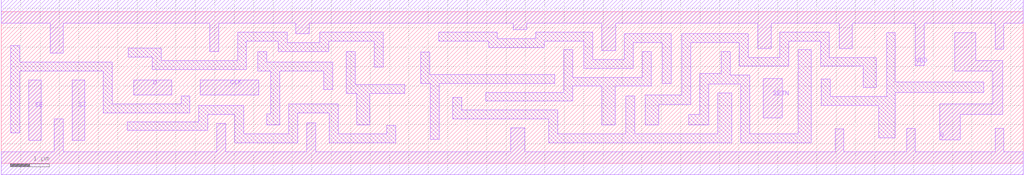
<source format=lef>
# Copyright 2022 GlobalFoundries PDK Authors
#
# Licensed under the Apache License, Version 2.0 (the "License");
# you may not use this file except in compliance with the License.
# You may obtain a copy of the License at
#
#      http://www.apache.org/licenses/LICENSE-2.0
#
# Unless required by applicable law or agreed to in writing, software
# distributed under the License is distributed on an "AS IS" BASIS,
# WITHOUT WARRANTIES OR CONDITIONS OF ANY KIND, either express or implied.
# See the License for the specific language governing permissions and
# limitations under the License.

MACRO gf180mcu_fd_sc_mcu7t5v0__sdffsnq_2
  CLASS core ;
  FOREIGN gf180mcu_fd_sc_mcu7t5v0__sdffsnq_2 0.0 0.0 ;
  ORIGIN 0 0 ;
  SYMMETRY X Y ;
  SITE GF018hv5v_mcu_sc7 ;
  SIZE 26.32 BY 3.92 ;
  PIN D
    DIRECTION INPUT ;
    ANTENNAGATEAREA 0.531 ;
    PORT
      LAYER Metal1 ;
        POLYGON 3.41 1.765 4.39 1.765 4.39 2.155 3.41 2.155  ;
    END
  END D
  PIN SE
    DIRECTION INPUT ;
    ANTENNAGATEAREA 1.062 ;
    PORT
      LAYER Metal1 ;
        POLYGON 0.705 0.595 1.03 0.595 1.03 2.15 0.705 2.15  ;
    END
  END SE
  PIN SETN
    DIRECTION INPUT ;
    ANTENNAGATEAREA 1.057 ;
    PORT
      LAYER Metal1 ;
        POLYGON 19.62 1.17 20.11 1.17 20.11 2.19 19.62 2.19  ;
    END
  END SETN
  PIN SI
    DIRECTION INPUT ;
    ANTENNAGATEAREA 0.531 ;
    PORT
      LAYER Metal1 ;
        POLYGON 1.825 0.595 2.15 0.595 2.15 2.15 1.825 2.15  ;
    END
  END SI
  PIN CLK
    DIRECTION INPUT ;
    USE clock ;
    ANTENNAGATEAREA 0.7415 ;
    PORT
      LAYER Metal1 ;
        POLYGON 5.13 1.765 6.63 1.765 6.63 2.155 5.13 2.155  ;
    END
  END CLK
  PIN Q
    DIRECTION OUTPUT ;
    ANTENNADIFFAREA 1.0791 ;
    PORT
      LAYER Metal1 ;
        POLYGON 24.555 2.38 25.3 2.38 25.53 2.38 25.53 1.535 24.17 1.535 24.17 0.61 24.695 0.61 24.695 1.265 25.795 1.265 25.795 2.655 25.3 2.655 25.1 2.655 25.1 3.38 24.555 3.38  ;
    END
  END Q
  PIN VDD
    DIRECTION INOUT ;
    USE power ;
    SHAPE ABUTMENT ;
    PORT
      LAYER Metal1 ;
        POLYGON 0 3.62 1.26 3.62 1.26 2.845 1.6 2.845 1.6 3.62 5.375 3.62 5.375 2.885 5.605 2.885 5.605 3.62 7.59 3.62 7.59 3.35 7.93 3.35 7.93 3.62 9.835 3.62 10.39 3.62 13.19 3.62 13.19 3.445 13.53 3.445 13.53 3.62 15.46 3.62 15.46 2.91 15.82 2.91 15.82 3.62 17.25 3.62 19.485 3.62 19.485 2.965 19.825 2.965 19.825 3.62 21.58 3.62 21.58 2.965 21.92 2.965 21.92 3.62 22.54 3.62 23.54 3.62 23.54 2.53 23.77 2.53 23.77 3.62 25.3 3.62 25.595 3.62 25.595 2.945 25.825 2.945 25.825 3.62 26.32 3.62 26.32 4.22 25.3 4.22 22.54 4.22 17.25 4.22 10.39 4.22 9.835 4.22 0 4.22  ;
    END
  END VDD
  PIN VSS
    DIRECTION INOUT ;
    USE ground ;
    SHAPE ABUTMENT ;
    PORT
      LAYER Metal1 ;
        POLYGON 0 -0.3 26.32 -0.3 26.32 0.3 25.825 0.3 25.825 0.905 25.595 0.905 25.595 0.3 23.545 0.3 23.545 0.905 23.315 0.905 23.315 0.3 21.705 0.3 21.705 0.89 21.475 0.89 21.475 0.3 13.48 0.3 13.48 0.915 13.12 0.915 13.12 0.3 8.095 0.3 8.095 1.045 7.865 1.045 7.865 0.3 5.78 0.3 5.78 1.025 5.55 1.025 5.55 0.3 1.595 0.3 1.595 1.14 1.365 1.14 1.365 0.3 0 0.3  ;
    END
  END VSS
  OBS
      LAYER Metal1 ;
        POLYGON 0.245 0.78 0.475 0.78 0.475 2.385 2.625 2.385 2.625 1.305 4.86 1.305 4.86 1.74 4.63 1.74 4.63 1.535 2.855 1.535 2.855 2.615 0.475 2.615 0.475 3.04 0.245 3.04  ;
        POLYGON 6.61 2.385 6.945 2.385 6.945 1.275 6.835 1.275 6.835 0.99 7.175 0.99 7.175 2.385 8.305 2.385 8.305 1.91 8.535 1.91 8.535 2.62 6.84 2.62 6.84 2.89 6.61 2.89  ;
        POLYGON 3.27 2.745 3.89 2.745 3.89 2.42 6.315 2.42 6.315 3.16 7.13 3.16 7.13 2.89 8.435 2.89 8.435 3.16 9.605 3.16 9.605 2.485 9.835 2.485 9.835 3.39 8.205 3.39 8.205 3.12 7.36 3.12 7.36 3.39 6.085 3.39 6.085 2.655 4.12 2.655 4.12 2.975 3.27 2.975  ;
        POLYGON 3.25 0.845 5.32 0.845 5.32 1.26 6.01 1.26 6.01 0.53 7.635 0.53 7.635 1.295 8.45 1.295 8.45 0.53 10.155 0.53 10.155 0.98 9.925 0.98 9.925 0.76 8.68 0.76 8.68 1.53 7.405 1.53 7.405 0.76 6.24 0.76 6.24 1.49 5.09 1.49 5.09 1.075 3.25 1.075  ;
        POLYGON 8.885 1.8 9.15 1.8 9.15 0.99 9.49 0.99 9.49 1.8 10.39 1.8 10.39 2.035 9.115 2.035 9.115 2.89 8.885 2.89  ;
        POLYGON 10.8 2.065 11.045 2.065 11.045 0.62 11.275 0.62 11.275 2.065 14.255 2.065 14.255 2.295 11.03 2.295 11.03 2.87 10.8 2.87  ;
        POLYGON 12.475 1.605 14.715 1.605 14.715 1.99 15.47 1.99 15.47 0.99 15.81 0.99 15.81 1.99 16.74 1.99 16.74 2.885 16.51 2.885 16.51 2.22 14.715 2.22 14.715 2.93 14.485 2.93 14.485 1.835 12.475 1.835  ;
        POLYGON 11.265 3.16 12.55 3.16 12.55 2.985 13.99 2.985 13.99 3.16 15 3.16 15 2.45 16.28 2.45 16.28 3.115 17.02 3.115 17.02 2.065 17.25 2.065 17.25 3.345 16.05 3.345 16.05 2.68 15.23 2.68 15.23 3.39 13.76 3.39 13.76 3.215 12.78 3.215 12.78 3.39 11.265 3.39  ;
        POLYGON 11.625 1.145 14.1 1.145 14.1 0.53 18.82 0.53 18.82 1.815 18.45 1.815 18.45 0.76 16.32 0.76 16.32 1.74 16.09 1.74 16.09 0.76 14.33 0.76 14.33 1.375 11.855 1.375 11.855 1.7 11.625 1.7  ;
        POLYGON 17.71 0.99 18.22 0.99 18.22 2.045 19.05 2.045 19.05 0.53 20.865 0.53 20.865 2.93 20.525 2.93 20.525 0.76 19.28 0.76 19.28 2.275 18.78 2.275 18.78 2.885 18.55 2.885 18.55 2.315 17.99 2.315 17.99 1.265 17.71 1.265  ;
        POLYGON 16.59 0.99 16.93 0.99 16.93 1.525 17.76 1.525 17.76 3.115 19.01 3.115 19.01 2.505 20.285 2.505 20.285 3.16 21.1 3.16 21.1 2.505 22.2 2.505 22.2 1.96 22.54 1.96 22.54 2.735 21.33 2.735 21.33 3.39 20.055 3.39 20.055 2.735 19.24 2.735 19.24 3.345 17.53 3.345 17.53 1.76 16.59 1.76  ;
        POLYGON 21.115 1.495 22.595 1.495 22.595 0.655 23.03 0.655 23.03 1.825 25.3 1.825 25.3 2.095 23.03 2.095 23.03 3.38 22.8 3.38 22.8 1.725 21.345 1.725 21.345 2.17 21.115 2.17  ;
  END
END gf180mcu_fd_sc_mcu7t5v0__sdffsnq_2

</source>
